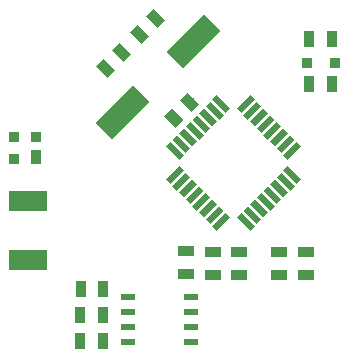
<source format=gbr>
G04 #@! TF.GenerationSoftware,KiCad,Pcbnew,5.0.2-bee76a0~70~ubuntu18.04.1*
G04 #@! TF.CreationDate,2019-03-07T19:49:32+01:00*
G04 #@! TF.ProjectId,bus-module_atmega328,6275732d-6d6f-4647-956c-655f61746d65,C*
G04 #@! TF.SameCoordinates,Original*
G04 #@! TF.FileFunction,Paste,Top*
G04 #@! TF.FilePolarity,Positive*
%FSLAX46Y46*%
G04 Gerber Fmt 4.6, Leading zero omitted, Abs format (unit mm)*
G04 Created by KiCad (PCBNEW 5.0.2-bee76a0~70~ubuntu18.04.1) date Do 07 Mär 2019 19:49:32 CET*
%MOMM*%
%LPD*%
G01*
G04 APERTURE LIST*
%ADD10C,0.550000*%
%ADD11C,0.100000*%
%ADD12C,0.889000*%
%ADD13R,1.397000X0.889000*%
%ADD14R,0.889000X1.397000*%
%ADD15R,1.143000X0.508000*%
%ADD16R,0.914400X0.914400*%
%ADD17R,3.200400X1.780540*%
%ADD18C,0.850000*%
%ADD19R,0.850000X0.850000*%
%ADD20R,0.850000X1.200000*%
%ADD21C,1.998980*%
G04 APERTURE END LIST*
D10*
G04 #@! TO.C,U1*
X101775305Y-93514897D03*
D11*
G36*
X101404074Y-94275037D02*
X101015165Y-93886128D01*
X102146536Y-92754757D01*
X102535445Y-93143666D01*
X101404074Y-94275037D01*
X101404074Y-94275037D01*
G37*
D10*
X102340990Y-94080583D03*
D11*
G36*
X101969759Y-94840723D02*
X101580850Y-94451814D01*
X102712221Y-93320443D01*
X103101130Y-93709352D01*
X101969759Y-94840723D01*
X101969759Y-94840723D01*
G37*
D10*
X102906676Y-94646268D03*
D11*
G36*
X102535445Y-95406408D02*
X102146536Y-95017499D01*
X103277907Y-93886128D01*
X103666816Y-94275037D01*
X102535445Y-95406408D01*
X102535445Y-95406408D01*
G37*
D10*
X103472361Y-95211953D03*
D11*
G36*
X103101130Y-95972093D02*
X102712221Y-95583184D01*
X103843592Y-94451813D01*
X104232501Y-94840722D01*
X103101130Y-95972093D01*
X103101130Y-95972093D01*
G37*
D10*
X104038047Y-95777639D03*
D11*
G36*
X103666816Y-96537779D02*
X103277907Y-96148870D01*
X104409278Y-95017499D01*
X104798187Y-95406408D01*
X103666816Y-96537779D01*
X103666816Y-96537779D01*
G37*
D10*
X104603732Y-96343324D03*
D11*
G36*
X104232501Y-97103464D02*
X103843592Y-96714555D01*
X104974963Y-95583184D01*
X105363872Y-95972093D01*
X104232501Y-97103464D01*
X104232501Y-97103464D01*
G37*
D10*
X105169417Y-96909010D03*
D11*
G36*
X104798186Y-97669150D02*
X104409277Y-97280241D01*
X105540648Y-96148870D01*
X105929557Y-96537779D01*
X104798186Y-97669150D01*
X104798186Y-97669150D01*
G37*
D10*
X105735103Y-97474695D03*
D11*
G36*
X105363872Y-98234835D02*
X104974963Y-97845926D01*
X106106334Y-96714555D01*
X106495243Y-97103464D01*
X105363872Y-98234835D01*
X105363872Y-98234835D01*
G37*
D10*
X105735103Y-99525305D03*
D11*
G36*
X104974963Y-99154074D02*
X105363872Y-98765165D01*
X106495243Y-99896536D01*
X106106334Y-100285445D01*
X104974963Y-99154074D01*
X104974963Y-99154074D01*
G37*
D10*
X105169417Y-100090990D03*
D11*
G36*
X104409277Y-99719759D02*
X104798186Y-99330850D01*
X105929557Y-100462221D01*
X105540648Y-100851130D01*
X104409277Y-99719759D01*
X104409277Y-99719759D01*
G37*
D10*
X104603732Y-100656676D03*
D11*
G36*
X103843592Y-100285445D02*
X104232501Y-99896536D01*
X105363872Y-101027907D01*
X104974963Y-101416816D01*
X103843592Y-100285445D01*
X103843592Y-100285445D01*
G37*
D10*
X104038047Y-101222361D03*
D11*
G36*
X103277907Y-100851130D02*
X103666816Y-100462221D01*
X104798187Y-101593592D01*
X104409278Y-101982501D01*
X103277907Y-100851130D01*
X103277907Y-100851130D01*
G37*
D10*
X103472361Y-101788047D03*
D11*
G36*
X102712221Y-101416816D02*
X103101130Y-101027907D01*
X104232501Y-102159278D01*
X103843592Y-102548187D01*
X102712221Y-101416816D01*
X102712221Y-101416816D01*
G37*
D10*
X102906676Y-102353732D03*
D11*
G36*
X102146536Y-101982501D02*
X102535445Y-101593592D01*
X103666816Y-102724963D01*
X103277907Y-103113872D01*
X102146536Y-101982501D01*
X102146536Y-101982501D01*
G37*
D10*
X102340990Y-102919417D03*
D11*
G36*
X101580850Y-102548186D02*
X101969759Y-102159277D01*
X103101130Y-103290648D01*
X102712221Y-103679557D01*
X101580850Y-102548186D01*
X101580850Y-102548186D01*
G37*
D10*
X101775305Y-103485103D03*
D11*
G36*
X101015165Y-103113872D02*
X101404074Y-102724963D01*
X102535445Y-103856334D01*
X102146536Y-104245243D01*
X101015165Y-103113872D01*
X101015165Y-103113872D01*
G37*
D10*
X99724695Y-103485103D03*
D11*
G36*
X99353464Y-104245243D02*
X98964555Y-103856334D01*
X100095926Y-102724963D01*
X100484835Y-103113872D01*
X99353464Y-104245243D01*
X99353464Y-104245243D01*
G37*
D10*
X99159010Y-102919417D03*
D11*
G36*
X98787779Y-103679557D02*
X98398870Y-103290648D01*
X99530241Y-102159277D01*
X99919150Y-102548186D01*
X98787779Y-103679557D01*
X98787779Y-103679557D01*
G37*
D10*
X98593324Y-102353732D03*
D11*
G36*
X98222093Y-103113872D02*
X97833184Y-102724963D01*
X98964555Y-101593592D01*
X99353464Y-101982501D01*
X98222093Y-103113872D01*
X98222093Y-103113872D01*
G37*
D10*
X98027639Y-101788047D03*
D11*
G36*
X97656408Y-102548187D02*
X97267499Y-102159278D01*
X98398870Y-101027907D01*
X98787779Y-101416816D01*
X97656408Y-102548187D01*
X97656408Y-102548187D01*
G37*
D10*
X97461953Y-101222361D03*
D11*
G36*
X97090722Y-101982501D02*
X96701813Y-101593592D01*
X97833184Y-100462221D01*
X98222093Y-100851130D01*
X97090722Y-101982501D01*
X97090722Y-101982501D01*
G37*
D10*
X96896268Y-100656676D03*
D11*
G36*
X96525037Y-101416816D02*
X96136128Y-101027907D01*
X97267499Y-99896536D01*
X97656408Y-100285445D01*
X96525037Y-101416816D01*
X96525037Y-101416816D01*
G37*
D10*
X96330583Y-100090990D03*
D11*
G36*
X95959352Y-100851130D02*
X95570443Y-100462221D01*
X96701814Y-99330850D01*
X97090723Y-99719759D01*
X95959352Y-100851130D01*
X95959352Y-100851130D01*
G37*
D10*
X95764897Y-99525305D03*
D11*
G36*
X95393666Y-100285445D02*
X95004757Y-99896536D01*
X96136128Y-98765165D01*
X96525037Y-99154074D01*
X95393666Y-100285445D01*
X95393666Y-100285445D01*
G37*
D10*
X95764897Y-97474695D03*
D11*
G36*
X95004757Y-97103464D02*
X95393666Y-96714555D01*
X96525037Y-97845926D01*
X96136128Y-98234835D01*
X95004757Y-97103464D01*
X95004757Y-97103464D01*
G37*
D10*
X96330583Y-96909010D03*
D11*
G36*
X95570443Y-96537779D02*
X95959352Y-96148870D01*
X97090723Y-97280241D01*
X96701814Y-97669150D01*
X95570443Y-96537779D01*
X95570443Y-96537779D01*
G37*
D10*
X96896268Y-96343324D03*
D11*
G36*
X96136128Y-95972093D02*
X96525037Y-95583184D01*
X97656408Y-96714555D01*
X97267499Y-97103464D01*
X96136128Y-95972093D01*
X96136128Y-95972093D01*
G37*
D10*
X97461953Y-95777639D03*
D11*
G36*
X96701813Y-95406408D02*
X97090722Y-95017499D01*
X98222093Y-96148870D01*
X97833184Y-96537779D01*
X96701813Y-95406408D01*
X96701813Y-95406408D01*
G37*
D10*
X98027639Y-95211953D03*
D11*
G36*
X97267499Y-94840722D02*
X97656408Y-94451813D01*
X98787779Y-95583184D01*
X98398870Y-95972093D01*
X97267499Y-94840722D01*
X97267499Y-94840722D01*
G37*
D10*
X98593324Y-94646268D03*
D11*
G36*
X97833184Y-94275037D02*
X98222093Y-93886128D01*
X99353464Y-95017499D01*
X98964555Y-95406408D01*
X97833184Y-94275037D01*
X97833184Y-94275037D01*
G37*
D10*
X99159010Y-94080583D03*
D11*
G36*
X98398870Y-93709352D02*
X98787779Y-93320443D01*
X99919150Y-94451814D01*
X99530241Y-94840723D01*
X98398870Y-93709352D01*
X98398870Y-93709352D01*
G37*
D10*
X99724695Y-93514897D03*
D11*
G36*
X98964555Y-93143666D02*
X99353464Y-92754757D01*
X100484835Y-93886128D01*
X100095926Y-94275037D01*
X98964555Y-93143666D01*
X98964555Y-93143666D01*
G37*
G04 #@! TD*
D12*
G04 #@! TO.C,C3*
X97034038Y-93365962D03*
D11*
G36*
X97213643Y-94174185D02*
X96225815Y-93186357D01*
X96854433Y-92557739D01*
X97842261Y-93545567D01*
X97213643Y-94174185D01*
X97213643Y-94174185D01*
G37*
D12*
X95687000Y-94713000D03*
D11*
G36*
X95866605Y-95521223D02*
X94878777Y-94533395D01*
X95507395Y-93904777D01*
X96495223Y-94892605D01*
X95866605Y-95521223D01*
X95866605Y-95521223D01*
G37*
G04 #@! TD*
D13*
G04 #@! TO.C,C6*
X106863000Y-107984500D03*
X106863000Y-106079500D03*
G04 #@! TD*
D14*
G04 #@! TO.C,C5*
X89680000Y-113610000D03*
X87775000Y-113610000D03*
G04 #@! TD*
G04 #@! TO.C,C7*
X109085500Y-91792000D03*
X107180500Y-91792000D03*
G04 #@! TD*
D12*
G04 #@! TO.C,C2*
X91248519Y-89136481D03*
D11*
G36*
X91428124Y-89944704D02*
X90440296Y-88956876D01*
X91068914Y-88328258D01*
X92056742Y-89316086D01*
X91428124Y-89944704D01*
X91428124Y-89944704D01*
G37*
D12*
X89901481Y-90483519D03*
D11*
G36*
X90081086Y-91291742D02*
X89093258Y-90303914D01*
X89721876Y-89675296D01*
X90709704Y-90663124D01*
X90081086Y-91291742D01*
X90081086Y-91291742D01*
G37*
G04 #@! TD*
D12*
G04 #@! TO.C,C1*
X92775000Y-87610000D03*
D11*
G36*
X92595395Y-86801777D02*
X93583223Y-87789605D01*
X92954605Y-88418223D01*
X91966777Y-87430395D01*
X92595395Y-86801777D01*
X92595395Y-86801777D01*
G37*
D12*
X94122038Y-86262962D03*
D11*
G36*
X93942433Y-85454739D02*
X94930261Y-86442567D01*
X94301643Y-87071185D01*
X93313815Y-86083357D01*
X93942433Y-85454739D01*
X93942433Y-85454739D01*
G37*
G04 #@! TD*
D13*
G04 #@! TO.C,L1*
X104577000Y-106079500D03*
X104577000Y-107984500D03*
G04 #@! TD*
G04 #@! TO.C,R4*
X101250000Y-107962500D03*
X101250000Y-106057500D03*
G04 #@! TD*
G04 #@! TO.C,R2*
X99000000Y-107962500D03*
X99000000Y-106057500D03*
G04 #@! TD*
G04 #@! TO.C,R3*
X96750000Y-107915000D03*
X96750000Y-106010000D03*
G04 #@! TD*
D15*
G04 #@! TO.C,U3*
X91833000Y-113715000D03*
X91833000Y-112445000D03*
X91833000Y-111175000D03*
X97167000Y-113715000D03*
X97167000Y-112445000D03*
X97167000Y-111175000D03*
X91833000Y-109905000D03*
X97167000Y-109905000D03*
G04 #@! TD*
D14*
G04 #@! TO.C,R6*
X107180500Y-87982000D03*
X109085500Y-87982000D03*
G04 #@! TD*
G04 #@! TO.C,R5*
X89727500Y-109210000D03*
X87822500Y-109210000D03*
G04 #@! TD*
G04 #@! TO.C,R1*
X89680000Y-111410000D03*
X87775000Y-111410000D03*
G04 #@! TD*
D16*
G04 #@! TO.C,D1*
X109309020Y-90014000D03*
X106956980Y-90014000D03*
G04 #@! TD*
D17*
G04 #@! TO.C,F1*
X83368000Y-106727200D03*
X83368000Y-101723400D03*
G04 #@! TD*
D18*
G04 #@! TO.C,D2*
X82164000Y-98203000D03*
D11*
G36*
X82589000Y-98628000D02*
X81739000Y-98628000D01*
X81739000Y-97778000D01*
X82589000Y-97778000D01*
X82589000Y-98628000D01*
X82589000Y-98628000D01*
G37*
D19*
X82164000Y-96303000D03*
X84064000Y-96303000D03*
D20*
X84064000Y-98022620D03*
G04 #@! TD*
D21*
G04 #@! TO.C,U2*
X91375000Y-94210000D03*
D11*
G36*
X92259555Y-91911952D02*
X93673048Y-93325445D01*
X90490445Y-96508048D01*
X89076952Y-95094555D01*
X92259555Y-91911952D01*
X92259555Y-91911952D01*
G37*
D21*
X97384588Y-88200412D03*
D11*
G36*
X98269143Y-85902364D02*
X99682636Y-87315857D01*
X96500033Y-90498460D01*
X95086540Y-89084967D01*
X98269143Y-85902364D01*
X98269143Y-85902364D01*
G37*
G04 #@! TD*
M02*

</source>
